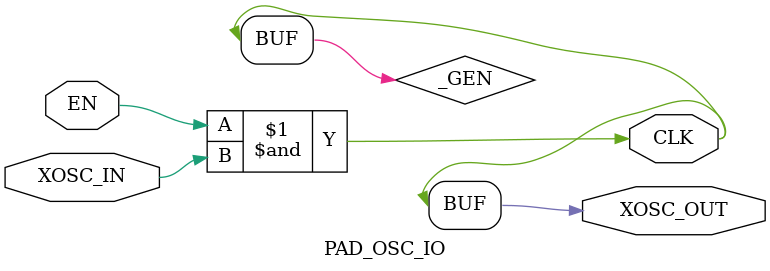
<source format=v>
module PAD_OSC_IO(	// file.cleaned.mlir:2:3
  input  EN,	// file.cleaned.mlir:2:28
         XOSC_IN,	// file.cleaned.mlir:2:41
  output XOSC_OUT,	// file.cleaned.mlir:2:60
         CLK	// file.cleaned.mlir:2:79
);

  wire _GEN = EN & XOSC_IN;	// file.cleaned.mlir:3:10
  assign XOSC_OUT = _GEN;	// file.cleaned.mlir:3:10, :4:5
  assign CLK = _GEN;	// file.cleaned.mlir:3:10, :4:5
endmodule


</source>
